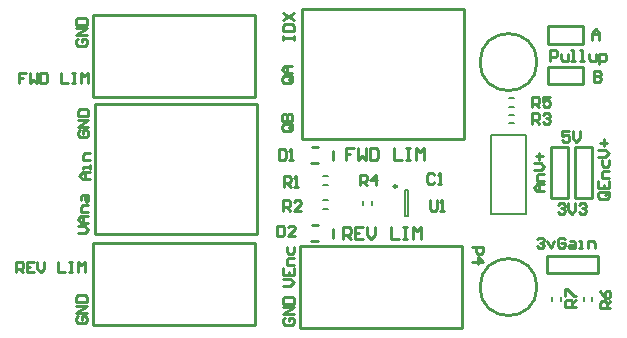
<source format=gto>
G04 Layer_Color=65535*
%FSLAX25Y25*%
%MOIN*%
G70*
G01*
G75*
%ADD29C,0.00984*%
%ADD30C,0.01000*%
%ADD31C,0.00787*%
D29*
X331252Y351012D02*
G03*
X331252Y351012I-492J0D01*
G01*
D30*
X378000Y392500D02*
G03*
X378000Y392500I-9500J0D01*
G01*
Y317500D02*
G03*
X378000Y317500I-9500J0D01*
G01*
X299654Y366846D02*
Y410153D01*
X353590D02*
X353591Y366846D01*
X299654Y410153D02*
X353590D01*
X299654Y366846D02*
X353591D01*
X230153Y304720D02*
X284090D01*
X230153Y332279D02*
X284090D01*
Y304720D02*
Y332279D01*
X230153Y304720D02*
Y332279D01*
Y380720D02*
X284090D01*
X230153Y408280D02*
X284090D01*
Y380720D02*
Y408280D01*
X230153Y380720D02*
Y408280D01*
X230654Y335347D02*
Y378654D01*
X284591Y335347D02*
Y378654D01*
X230654D02*
X284591D01*
X230654Y335347D02*
X284591D01*
X390600Y364200D02*
X396400D01*
X390600Y347300D02*
Y364200D01*
Y347300D02*
X396400D01*
Y364200D01*
X382600D02*
X388400D01*
X382600Y347300D02*
Y364200D01*
Y347300D02*
X388400D01*
Y364200D01*
X393200Y385100D02*
Y390900D01*
X381800D02*
X393200D01*
X381800Y385100D02*
Y390900D01*
Y385100D02*
X393200D01*
Y398600D02*
Y404400D01*
X381800D02*
X393200D01*
X381800Y398600D02*
Y404400D01*
Y398600D02*
X393200D01*
X310000Y360000D02*
Y363000D01*
X302870Y364059D02*
X305170D01*
X302772Y358941D02*
X305072D01*
X310000Y334000D02*
Y337000D01*
X302870Y338059D02*
X305170D01*
X302772Y332941D02*
X305072D01*
X299153Y303720D02*
Y331279D01*
X353091Y303720D02*
Y331279D01*
X299153D02*
X353091D01*
X299153Y303720D02*
X353091D01*
X398200Y322100D02*
Y327900D01*
X381300D02*
X398200D01*
X381300Y322100D02*
Y327900D01*
Y322100D02*
X398200D01*
X343833Y354916D02*
X343249Y355499D01*
X342083D01*
X341500Y354916D01*
Y352583D01*
X342083Y352000D01*
X343249D01*
X343833Y352583D01*
X344999Y352000D02*
X346165D01*
X345582D01*
Y355499D01*
X344999Y354916D01*
X342300Y346499D02*
Y343583D01*
X342883Y343000D01*
X344049D01*
X344633Y343583D01*
Y346499D01*
X345799Y343000D02*
X346965D01*
X346382D01*
Y346499D01*
X345799Y345916D01*
X292000Y363499D02*
Y360000D01*
X293749D01*
X294333Y360583D01*
Y362916D01*
X293749Y363499D01*
X292000D01*
X295499Y360000D02*
X296665D01*
X296082D01*
Y363499D01*
X295499Y362916D01*
X291500Y337999D02*
Y334500D01*
X293249D01*
X293833Y335083D01*
Y337416D01*
X293249Y337999D01*
X291500D01*
X297331Y334500D02*
X294999D01*
X297331Y336833D01*
Y337416D01*
X296748Y337999D01*
X295582D01*
X294999Y337416D01*
X401417Y349333D02*
X399084D01*
X398501Y348749D01*
Y347583D01*
X399084Y347000D01*
X401417D01*
X402000Y347583D01*
Y348749D01*
X400834Y348166D02*
X402000Y349333D01*
Y348749D02*
X401417Y349333D01*
X398501Y352831D02*
Y350499D01*
X402000D01*
Y352831D01*
X400251Y350499D02*
Y351665D01*
X402000Y353998D02*
X399667D01*
Y355747D01*
X400251Y356330D01*
X402000D01*
X399667Y359829D02*
Y358080D01*
X400251Y357497D01*
X401417D01*
X402000Y358080D01*
Y359829D01*
X398501Y360996D02*
X400834D01*
X402000Y362162D01*
X400834Y363328D01*
X398501D01*
X400251Y364494D02*
Y366827D01*
X399084Y365661D02*
X401417D01*
X380500Y349500D02*
X378167D01*
X377001Y350666D01*
X378167Y351833D01*
X380500D01*
X378751D01*
Y349500D01*
X380500Y352999D02*
X378167D01*
Y354748D01*
X378751Y355331D01*
X380500D01*
X377001Y356498D02*
X379334D01*
X380500Y357664D01*
X379334Y358830D01*
X377001D01*
X378751Y359997D02*
Y362329D01*
X377584Y361163D02*
X379917D01*
X396500Y400000D02*
Y402333D01*
X397666Y403499D01*
X398833Y402333D01*
Y400000D01*
Y401749D01*
X396500D01*
X397000Y389499D02*
Y386000D01*
X398749D01*
X399333Y386583D01*
Y387166D01*
X398749Y387749D01*
X397000D01*
X398749D01*
X399333Y388333D01*
Y388916D01*
X398749Y389499D01*
X397000D01*
X378000Y333416D02*
X378583Y333999D01*
X379749D01*
X380333Y333416D01*
Y332833D01*
X379749Y332249D01*
X379166D01*
X379749D01*
X380333Y331666D01*
Y331083D01*
X379749Y330500D01*
X378583D01*
X378000Y331083D01*
X381499Y332833D02*
X382665Y330500D01*
X383831Y332833D01*
X387330Y333416D02*
X386747Y333999D01*
X385581D01*
X384998Y333416D01*
Y331083D01*
X385581Y330500D01*
X386747D01*
X387330Y331083D01*
Y332249D01*
X386164D01*
X389080Y332833D02*
X390246D01*
X390829Y332249D01*
Y330500D01*
X389080D01*
X388497Y331083D01*
X389080Y331666D01*
X390829D01*
X391996Y330500D02*
X393162D01*
X392579D01*
Y332833D01*
X391996D01*
X394911Y330500D02*
Y332833D01*
X396661D01*
X397244Y332249D01*
Y330500D01*
X293553Y351030D02*
Y354529D01*
X295303D01*
X295886Y353946D01*
Y352780D01*
X295303Y352197D01*
X293553D01*
X294720D02*
X295886Y351030D01*
X297052D02*
X298219D01*
X297636D01*
Y354529D01*
X297052Y353946D01*
X293500Y343000D02*
Y346499D01*
X295249D01*
X295833Y345916D01*
Y344749D01*
X295249Y344166D01*
X293500D01*
X294666D02*
X295833Y343000D01*
X299331D02*
X296999D01*
X299331Y345333D01*
Y345916D01*
X298748Y346499D01*
X297582D01*
X296999Y345916D01*
X376500Y372000D02*
Y375499D01*
X378249D01*
X378833Y374916D01*
Y373749D01*
X378249Y373166D01*
X376500D01*
X377666D02*
X378833Y372000D01*
X379999Y374916D02*
X380582Y375499D01*
X381748D01*
X382331Y374916D01*
Y374333D01*
X381748Y373749D01*
X381165D01*
X381748D01*
X382331Y373166D01*
Y372583D01*
X381748Y372000D01*
X380582D01*
X379999Y372583D01*
X319000Y351500D02*
Y354999D01*
X320749D01*
X321333Y354416D01*
Y353249D01*
X320749Y352666D01*
X319000D01*
X320166D02*
X321333Y351500D01*
X324248D02*
Y354999D01*
X322499Y353249D01*
X324831D01*
X376500Y377500D02*
Y380999D01*
X378249D01*
X378833Y380416D01*
Y379249D01*
X378249Y378666D01*
X376500D01*
X377666D02*
X378833Y377500D01*
X382331Y380999D02*
X379999D01*
Y379249D01*
X381165Y379833D01*
X381748D01*
X382331Y379249D01*
Y378083D01*
X381748Y377500D01*
X380582D01*
X379999Y378083D01*
X402500Y310500D02*
X399001D01*
Y312249D01*
X399584Y312833D01*
X400751D01*
X401334Y312249D01*
Y310500D01*
Y311666D02*
X402500Y312833D01*
X399001Y316331D02*
X399584Y315165D01*
X400751Y313999D01*
X401917D01*
X402500Y314582D01*
Y315748D01*
X401917Y316331D01*
X401334D01*
X400751Y315748D01*
Y313999D01*
X391000Y311000D02*
X387501D01*
Y312749D01*
X388084Y313333D01*
X389251D01*
X389834Y312749D01*
Y311000D01*
Y312166D02*
X391000Y313333D01*
X387501Y314499D02*
Y316831D01*
X388084D01*
X390417Y314499D01*
X391000D01*
X356500Y331000D02*
X359999D01*
Y329251D01*
X359416Y328667D01*
X358249D01*
X357666Y329251D01*
Y331000D01*
X356500Y325752D02*
X359999D01*
X358249Y327501D01*
Y325169D01*
X229000Y353500D02*
X226667D01*
X225501Y354666D01*
X226667Y355833D01*
X229000D01*
X227251D01*
Y353500D01*
X229000Y356999D02*
Y358165D01*
Y357582D01*
X226667D01*
Y356999D01*
X229000Y359915D02*
X226667D01*
Y361664D01*
X227251Y362247D01*
X229000D01*
X225001Y335500D02*
X227334D01*
X228500Y336666D01*
X227334Y337833D01*
X225001D01*
X228500Y338999D02*
X226167D01*
X225001Y340165D01*
X226167Y341331D01*
X228500D01*
X226751D01*
Y338999D01*
X228500Y342498D02*
X226167D01*
Y344247D01*
X226751Y344830D01*
X228500D01*
X226167Y346580D02*
Y347746D01*
X226751Y348329D01*
X228500D01*
Y346580D01*
X227917Y345997D01*
X227334Y346580D01*
Y348329D01*
X204500Y322500D02*
Y325999D01*
X206249D01*
X206833Y325416D01*
Y324249D01*
X206249Y323666D01*
X204500D01*
X205666D02*
X206833Y322500D01*
X210331Y325999D02*
X207999D01*
Y322500D01*
X210331D01*
X207999Y324249D02*
X209165D01*
X211498Y325999D02*
Y323666D01*
X212664Y322500D01*
X213830Y323666D01*
Y325999D01*
X218495D02*
Y322500D01*
X220828D01*
X221994Y325999D02*
X223161D01*
X222578D01*
Y322500D01*
X221994D01*
X223161D01*
X224910D02*
Y325999D01*
X226076Y324833D01*
X227243Y325999D01*
Y322500D01*
X207833Y388999D02*
X205500D01*
Y387249D01*
X206666D01*
X205500D01*
Y385500D01*
X208999Y388999D02*
Y385500D01*
X210165Y386666D01*
X211331Y385500D01*
Y388999D01*
X212498D02*
Y385500D01*
X214247D01*
X214830Y386083D01*
Y388416D01*
X214247Y388999D01*
X212498D01*
X219496D02*
Y385500D01*
X221828D01*
X222994Y388999D02*
X224161D01*
X223577D01*
Y385500D01*
X222994D01*
X224161D01*
X225910D02*
Y388999D01*
X227076Y387833D01*
X228243Y388999D01*
Y385500D01*
X225084Y400333D02*
X224501Y399749D01*
Y398583D01*
X225084Y398000D01*
X227417D01*
X228000Y398583D01*
Y399749D01*
X227417Y400333D01*
X226251D01*
Y399166D01*
X228000Y401499D02*
X224501D01*
X228000Y403831D01*
X224501D01*
Y404998D02*
X228000D01*
Y406747D01*
X227417Y407330D01*
X225084D01*
X224501Y406747D01*
Y404998D01*
X225584Y369833D02*
X225001Y369249D01*
Y368083D01*
X225584Y367500D01*
X227917D01*
X228500Y368083D01*
Y369249D01*
X227917Y369833D01*
X226751D01*
Y368666D01*
X228500Y370999D02*
X225001D01*
X228500Y373331D01*
X225001D01*
Y374498D02*
X228500D01*
Y376247D01*
X227917Y376830D01*
X225584D01*
X225001Y376247D01*
Y374498D01*
X225084Y307833D02*
X224501Y307249D01*
Y306083D01*
X225084Y305500D01*
X227417D01*
X228000Y306083D01*
Y307249D01*
X227417Y307833D01*
X226251D01*
Y306666D01*
X228000Y308999D02*
X224501D01*
X228000Y311331D01*
X224501D01*
Y312498D02*
X228000D01*
Y314247D01*
X227417Y314830D01*
X225084D01*
X224501Y314247D01*
Y312498D01*
X294084Y307333D02*
X293501Y306749D01*
Y305583D01*
X294084Y305000D01*
X296417D01*
X297000Y305583D01*
Y306749D01*
X296417Y307333D01*
X295251D01*
Y306166D01*
X297000Y308499D02*
X293501D01*
X297000Y310831D01*
X293501D01*
Y311998D02*
X297000D01*
Y313747D01*
X296417Y314330D01*
X294084D01*
X293501Y313747D01*
Y311998D01*
Y318000D02*
X295834D01*
X297000Y319166D01*
X295834Y320333D01*
X293501D01*
Y323831D02*
Y321499D01*
X297000D01*
Y323831D01*
X295251Y321499D02*
Y322665D01*
X297000Y324998D02*
X294667D01*
Y326747D01*
X295251Y327330D01*
X297000D01*
X294667Y330829D02*
Y329080D01*
X295251Y328497D01*
X296417D01*
X297000Y329080D01*
Y330829D01*
X295917Y371833D02*
X293584D01*
X293001Y371249D01*
Y370083D01*
X293584Y369500D01*
X295917D01*
X296500Y370083D01*
Y371249D01*
X295334Y370666D02*
X296500Y371833D01*
Y371249D02*
X295917Y371833D01*
X293001Y372999D02*
X296500D01*
Y374748D01*
X295917Y375331D01*
X295334D01*
X294751Y374748D01*
Y372999D01*
Y374748D01*
X294167Y375331D01*
X293584D01*
X293001Y374748D01*
Y372999D01*
X295917Y387833D02*
X293584D01*
X293001Y387249D01*
Y386083D01*
X293584Y385500D01*
X295917D01*
X296500Y386083D01*
Y387249D01*
X295334Y386666D02*
X296500Y387833D01*
Y387249D02*
X295917Y387833D01*
X296500Y388999D02*
X294167D01*
X293001Y390165D01*
X294167Y391331D01*
X296500D01*
X294751D01*
Y388999D01*
X293501Y400000D02*
Y401166D01*
Y400583D01*
X297000D01*
Y400000D01*
Y401166D01*
X293501Y402916D02*
X297000D01*
Y404665D01*
X296417Y405248D01*
X294084D01*
X293501Y404665D01*
Y402916D01*
Y406415D02*
X297000Y408747D01*
X293501D02*
X297000Y406415D01*
X313500Y333500D02*
Y337499D01*
X315499D01*
X316166Y336832D01*
Y335499D01*
X315499Y334833D01*
X313500D01*
X314833D02*
X316166Y333500D01*
X320164Y337499D02*
X317499D01*
Y333500D01*
X320164D01*
X317499Y335499D02*
X318832D01*
X321497Y337499D02*
Y334833D01*
X322830Y333500D01*
X324163Y334833D01*
Y337499D01*
X329495D02*
Y333500D01*
X332161D01*
X333494Y337499D02*
X334826D01*
X334160D01*
Y333500D01*
X333494D01*
X334826D01*
X336826D02*
Y337499D01*
X338159Y336166D01*
X339492Y337499D01*
Y333500D01*
X317166Y363999D02*
X314500D01*
Y361999D01*
X315833D01*
X314500D01*
Y360000D01*
X318499Y363999D02*
Y360000D01*
X319832Y361333D01*
X321164Y360000D01*
Y363999D01*
X322497D02*
Y360000D01*
X324497D01*
X325163Y360666D01*
Y363332D01*
X324497Y363999D01*
X322497D01*
X330495D02*
Y360000D01*
X333161D01*
X334494Y363999D02*
X335826D01*
X335160D01*
Y360000D01*
X334494D01*
X335826D01*
X337826D02*
Y363999D01*
X339159Y362666D01*
X340492Y363999D01*
Y360000D01*
X388833Y369499D02*
X386500D01*
Y367749D01*
X387666Y368333D01*
X388249D01*
X388833Y367749D01*
Y366583D01*
X388249Y366000D01*
X387083D01*
X386500Y366583D01*
X389999Y369499D02*
Y367166D01*
X391165Y366000D01*
X392331Y367166D01*
Y369499D01*
X385000Y344916D02*
X385583Y345499D01*
X386749D01*
X387333Y344916D01*
Y344333D01*
X386749Y343749D01*
X386166D01*
X386749D01*
X387333Y343166D01*
Y342583D01*
X386749Y342000D01*
X385583D01*
X385000Y342583D01*
X388499Y345499D02*
Y343166D01*
X389665Y342000D01*
X390831Y343166D01*
Y345499D01*
X391998Y344916D02*
X392581Y345499D01*
X393747D01*
X394330Y344916D01*
Y344333D01*
X393747Y343749D01*
X393164D01*
X393747D01*
X394330Y343166D01*
Y342583D01*
X393747Y342000D01*
X392581D01*
X391998Y342583D01*
X382500Y393000D02*
Y396499D01*
X384249D01*
X384833Y395916D01*
Y394749D01*
X384249Y394166D01*
X382500D01*
X385999Y395333D02*
Y393583D01*
X386582Y393000D01*
X388331D01*
Y395333D01*
X389498Y393000D02*
X390664D01*
X390081D01*
Y396499D01*
X389498D01*
X392413Y393000D02*
X393580D01*
X392997D01*
Y396499D01*
X392413D01*
X395329Y395333D02*
Y393583D01*
X395912Y393000D01*
X397662D01*
Y395333D01*
X398828Y391834D02*
Y395333D01*
X400577D01*
X401161Y394749D01*
Y393583D01*
X400577Y393000D01*
X398828D01*
D31*
X362850Y341772D02*
Y368150D01*
X374268Y341772D02*
Y368150D01*
X362850D02*
X374268D01*
X362850Y341772D02*
X374268D01*
X396378Y312713D02*
Y314287D01*
X393622Y312713D02*
Y314287D01*
X322878Y344713D02*
Y346287D01*
X320122Y344713D02*
Y346287D01*
X333910Y349831D02*
X335091D01*
X333910Y341169D02*
X335091D01*
X333910D02*
Y349831D01*
X335091Y341169D02*
Y349831D01*
X385878Y312713D02*
Y314287D01*
X383122Y312713D02*
Y314287D01*
X368713Y380378D02*
X370287D01*
X368713Y377622D02*
X370287D01*
X368713Y374878D02*
X370287D01*
X368713Y372122D02*
X370287D01*
X306713Y351622D02*
X308287D01*
X306713Y354378D02*
X308287D01*
X306713Y343622D02*
X308287D01*
X306713Y346378D02*
X308287D01*
M02*

</source>
